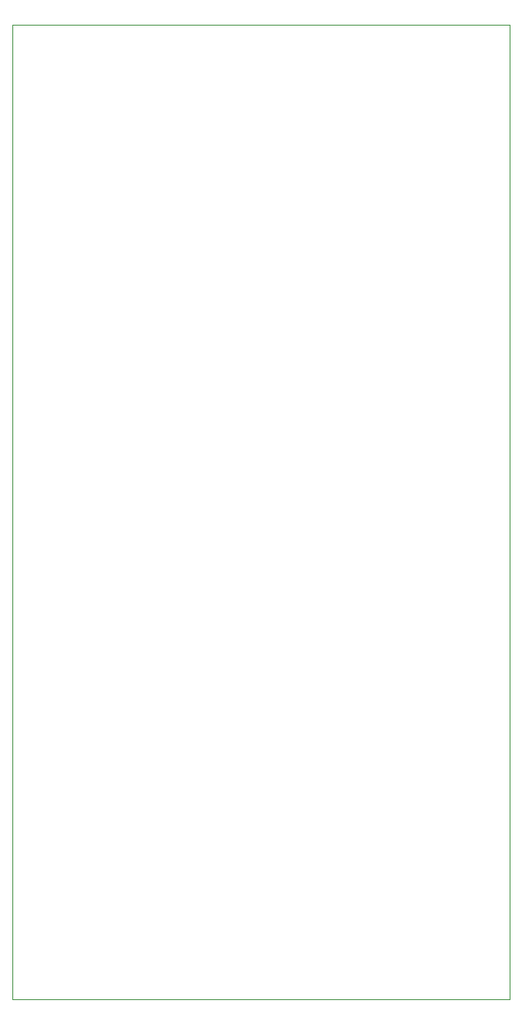
<source format=gm1>
G04 #@! TF.GenerationSoftware,KiCad,Pcbnew,(5.1.7)-1*
G04 #@! TF.CreationDate,2021-01-27T13:08:56-08:00*
G04 #@! TF.ProjectId,tx,74782e6b-6963-4616-945f-706362585858,rev?*
G04 #@! TF.SameCoordinates,Original*
G04 #@! TF.FileFunction,Profile,NP*
%FSLAX46Y46*%
G04 Gerber Fmt 4.6, Leading zero omitted, Abs format (unit mm)*
G04 Created by KiCad (PCBNEW (5.1.7)-1) date 2021-01-27 13:08:56*
%MOMM*%
%LPD*%
G01*
G04 APERTURE LIST*
G04 #@! TA.AperFunction,Profile*
%ADD10C,0.050000*%
G04 #@! TD*
G04 APERTURE END LIST*
D10*
X168000000Y-47000000D02*
X117000000Y-47000000D01*
X168000000Y-147000000D02*
X168000000Y-47000000D01*
X117000000Y-147000000D02*
X168000000Y-147000000D01*
X117000000Y-147000000D02*
X117000000Y-47000000D01*
M02*

</source>
